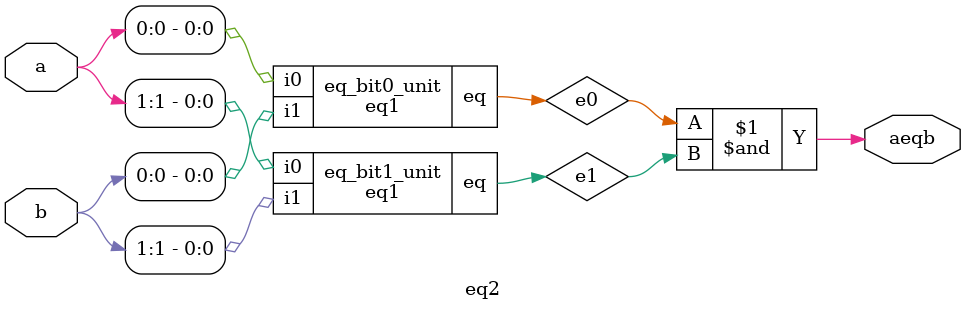
<source format=v>
module eq1 
    (
        input i0, i1,
        output eq
    );

    assign p0 = ~i0 & ~i1;
    assign p1 = i0 & i1;

    assign eq = p0 | p1;

endmodule

module eq2
    (
        input wire[1:0] a, b,
        output wire aeqb
    );

wire e0, e1;

// instantiating two 1-bit comparators
eq1 eq_bit0_unit (.i0(a[0]), .i1(b[0]), .eq(e0));
eq1 eq_bit1_unit (.i0(a[1]), .i1(b[1]), .eq(e1));

assign aeqb = e0 & e1;

endmodule
</source>
